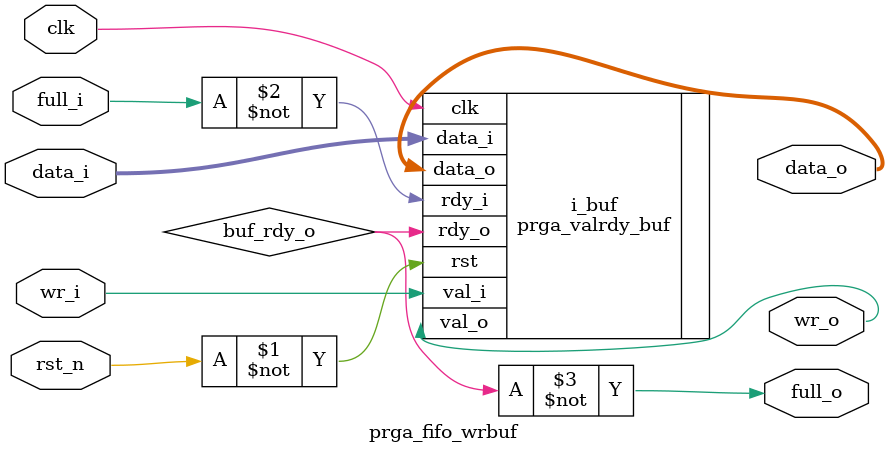
<source format=v>
module prga_fifo_wrbuf #(
    parameter   REGISTERED = 1
    , parameter DECOUPLED = 0
    , parameter DATA_WIDTH = 32
) (
    input wire                          clk
    , input wire                        rst_n

    , output wire                       full_o
    , input wire                        wr_i
    , input wire [DATA_WIDTH - 1:0]     data_i

    , input wire                        full_i
    , output wire                       wr_o
    , output wire [DATA_WIDTH - 1:0]    data_o
    );

    wire buf_rdy_o;

    prga_valrdy_buf #(
        .REGISTERED     (REGISTERED)
        ,.DECOUPLED     (DECOUPLED)
        ,.DATA_WIDTH    (DATA_WIDTH)
    ) i_buf (
        .clk            (clk)
        ,.rst           (~rst_n)         
        ,.rdy_o         (buf_rdy_o)
        ,.val_i         (wr_i)
        ,.data_i        (data_i)
        ,.rdy_i         (~full_i)
        ,.val_o         (wr_o)
        ,.data_o        (data_o)
        );

    assign full_o = ~buf_rdy_o;

endmodule

</source>
